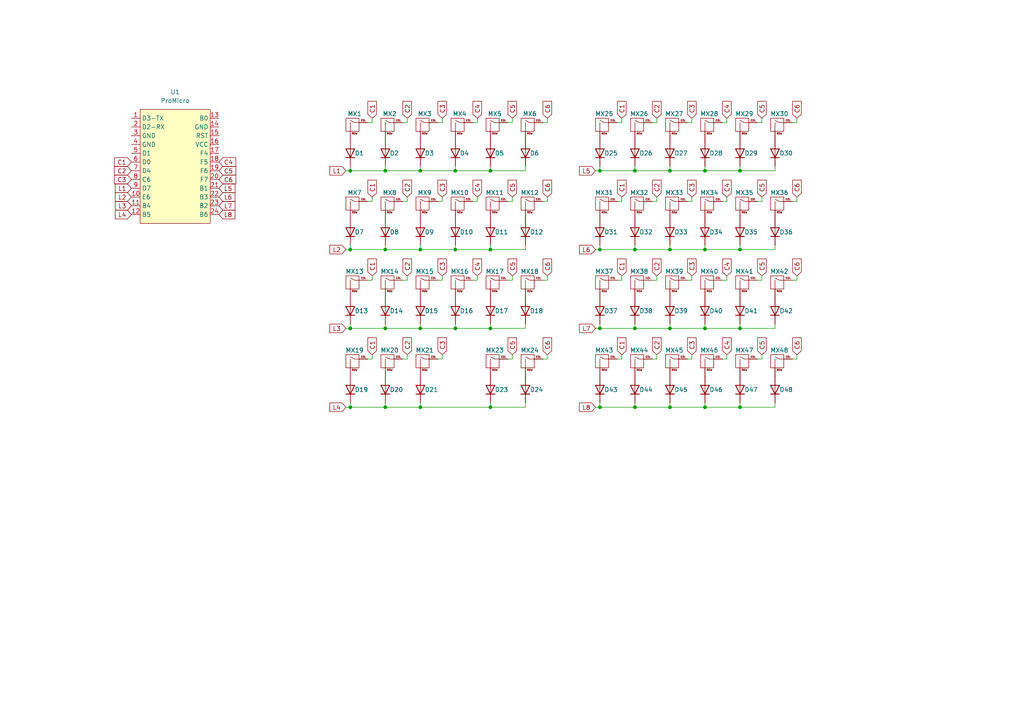
<source format=kicad_sch>
(kicad_sch (version 20230121) (generator eeschema)
  (paper "A4")
  (lib_symbols
    (symbol "Diode:1N4148" (pin_numbers hide) (pin_names hide)
      (property "Reference" "D" (at 0 2.54 0))
      (property "Value" "1N4148" (at 0 -2.54 0))
      (symbol "1N4148_0_1"
        (polyline (pts (xy -1.27 1.27) (xy -1.27 -1.27)) (stroke (width 0.254)))
        (polyline (pts (xy 1.27 0) (xy -1.27 0)))
        (polyline (pts (xy 1.27 1.27) (xy 1.27 -1.27) (xy -1.27 0) (xy 1.27 1.27)) (stroke (width 0.254)))
      )
      (symbol "1N4148_1_1"
        (pin passive line (at -3.81 0 0) (length 2.54) (name "K") (number "1"))
        (pin passive line (at 3.81 0 180) (length 2.54) (name "A") (number "2"))
      )
    )
    (symbol "PCM_0xcb:MX" (pin_names (offset 1.016))
      (property "Reference" "MX" (at -0.635 1.905 0))
      (property "Value" "MX" (at 0.635 0.635 0))
      (symbol "MX_1_0"
        (text "COL" (at 2.54 0.635 0) (effects (font (size 0.508 0.508))))
      )
      (symbol "MX_1_1"
        (polyline (pts (xy -1.27 -2.54) (xy -1.27 0)))
        (polyline (pts (xy 1.27 0) (xy 0 0) (xy -1.27 0.635)))
        (polyline (pts (xy -2.54 1.27) (xy 1.27 1.27) (xy 1.27 -2.54) (xy -2.54 -2.54) (xy -2.54 1.27)))
        (text "ROW" (at 0 -3.175 0) (effects (font (size 0.508 0.508))))
        (pin passive line (at 3.81 0 180) (length 2.54) (name "COL") (number "1"))
        (pin passive line (at -1.27 -5.08 90) (length 2.54) (name "ROW") (number "2"))
      )
    )
    (symbol "PCM_marbastlib-promicroish:Arduino_ProMicro" (in_bom no)
      (property "Reference" "U" (at 0 20.32 0))
      (property "Value" "ProMicro" (at 0 17.78 0))
      (symbol "Arduino_ProMicro_0_0"
        (pin bidirectional line (at -12.7 13.97 0) (length 2.54) (name "D3-TX") (number "1"))
        (pin bidirectional line (at -12.7 -8.89 0) (length 2.54) (name "E6") (number "10"))
        (pin bidirectional line (at -12.7 -11.43 0) (length 2.54) (name "B4") (number "11"))
        (pin bidirectional line (at -12.7 -13.97 0) (length 2.54) (name "B5") (number "12"))
        (pin power_out line (at 12.7 11.43 180) (length 2.54) (name "GND") (number "14"))
        (pin bidirectional line (at 12.7 8.89 180) (length 2.54) (name "RST") (number "15"))
        (pin bidirectional line (at 12.7 3.81 180) (length 2.54) (name "F4") (number "17"))
        (pin bidirectional line (at 12.7 1.27 180) (length 2.54) (name "F5") (number "18"))
        (pin bidirectional line (at 12.7 -1.27 180) (length 2.54) (name "F6") (number "19"))
        (pin bidirectional line (at -12.7 11.43 0) (length 2.54) (name "D2-RX") (number "2"))
        (pin bidirectional line (at 12.7 -3.81 180) (length 2.54) (name "F7") (number "20"))
        (pin bidirectional line (at 12.7 -6.35 180) (length 2.54) (name "B1") (number "21"))
        (pin bidirectional line (at 12.7 -8.89 180) (length 2.54) (name "B3") (number "22"))
        (pin bidirectional line (at 12.7 -11.43 180) (length 2.54) (name "B2") (number "23"))
        (pin bidirectional line (at 12.7 -13.97 180) (length 2.54) (name "B6") (number "24"))
        (pin power_out line (at -12.7 8.89 0) (length 2.54) (name "GND") (number "3"))
        (pin power_out line (at -12.7 6.35 0) (length 2.54) (name "GND") (number "4"))
        (pin bidirectional line (at -12.7 3.81 0) (length 2.54) (name "D1") (number "5"))
        (pin bidirectional line (at -12.7 1.27 0) (length 2.54) (name "D0") (number "6"))
        (pin bidirectional line (at -12.7 -1.27 0) (length 2.54) (name "D4") (number "7"))
        (pin bidirectional line (at -12.7 -3.81 0) (length 2.54) (name "C6") (number "8"))
        (pin bidirectional line (at -12.7 -6.35 0) (length 2.54) (name "D7") (number "9"))
      )
      (symbol "Arduino_ProMicro_1_0"
        (pin bidirectional line (at 12.7 13.97 180) (length 2.54) (name "B0") (number "13"))
        (pin power_out line (at 12.7 6.35 180) (length 2.54) (name "VCC") (number "16"))
      )
      (symbol "Arduino_ProMicro_1_1"
        (rectangle (start -10.16 16.51) (end 10.16 -16.51) (fill (type background)))
      )
    )
  )
  (junction (at 142.24 95.25))
  (junction (at 184.15 95.25))
  (junction (at 194.31 49.53))
  (junction (at 111.76 118.11))
  (junction (at 184.15 118.11))
  (junction (at 173.99 95.25))
  (junction (at 111.76 95.25))
  (junction (at 101.6 95.25))
  (junction (at 173.99 118.11))
  (junction (at 132.08 95.25))
  (junction (at 194.31 95.25))
  (junction (at 214.63 49.53))
  (junction (at 101.6 72.39))
  (junction (at 121.92 72.39))
  (junction (at 194.31 72.39))
  (junction (at 194.31 118.11))
  (junction (at 173.99 72.39))
  (junction (at 142.24 72.39))
  (junction (at 121.92 95.25))
  (junction (at 111.76 72.39))
  (junction (at 121.92 49.53))
  (junction (at 101.6 118.11))
  (junction (at 204.47 95.25))
  (junction (at 204.47 118.11))
  (junction (at 132.08 72.39))
  (junction (at 142.24 118.11))
  (junction (at 173.99 49.53))
  (junction (at 184.15 49.53))
  (junction (at 204.47 72.39))
  (junction (at 111.76 49.53))
  (junction (at 214.63 118.11))
  (junction (at 121.92 118.11))
  (junction (at 101.6 49.53))
  (junction (at 214.63 95.25))
  (junction (at 132.08 49.53))
  (junction (at 184.15 72.39))
  (junction (at 142.24 49.53))
  (junction (at 204.47 49.53))
  (junction (at 214.63 72.39))
  (wire (pts (xy 142.24 118.11) (xy 142.24 116.84)))
  (wire (pts (xy 204.47 72.39) (xy 214.63 72.39)))
  (wire (pts (xy 179.07 58.42) (xy 180.34 58.42)))
  (wire (pts (xy 138.43 34.29) (xy 138.43 35.56)))
  (wire (pts (xy 132.08 95.25) (xy 142.24 95.25)))
  (wire (pts (xy 194.31 72.39) (xy 194.31 71.12)))
  (wire (pts (xy 101.6 72.39) (xy 111.76 72.39)))
  (wire (pts (xy 189.23 104.14) (xy 190.5 104.14)))
  (wire (pts (xy 184.15 118.11) (xy 194.31 118.11)))
  (wire (pts (xy 111.76 95.25) (xy 111.76 93.98)))
  (wire (pts (xy 128.27 57.15) (xy 128.27 58.42)))
  (wire (pts (xy 142.24 72.39) (xy 142.24 71.12)))
  (wire (pts (xy 132.08 72.39) (xy 142.24 72.39)))
  (wire (pts (xy 199.39 58.42) (xy 200.66 58.42)))
  (wire (pts (xy 118.11 34.29) (xy 118.11 35.56)))
  (wire (pts (xy 199.39 81.28) (xy 200.66 81.28)))
  (wire (pts (xy 157.48 58.42) (xy 158.75 58.42)))
  (wire (pts (xy 179.07 81.28) (xy 180.34 81.28)))
  (wire (pts (xy 229.87 81.28) (xy 231.14 81.28)))
  (wire (pts (xy 180.34 57.15) (xy 180.34 58.42)))
  (wire (pts (xy 118.11 57.15) (xy 118.11 58.42)))
  (wire (pts (xy 214.63 72.39) (xy 224.79 72.39)))
  (wire (pts (xy 142.24 72.39) (xy 152.4 72.39)))
  (wire (pts (xy 107.95 102.87) (xy 107.95 104.14)))
  (wire (pts (xy 121.92 49.53) (xy 132.08 49.53)))
  (wire (pts (xy 142.24 95.25) (xy 142.24 93.98)))
  (wire (pts (xy 194.31 118.11) (xy 194.31 116.84)))
  (wire (pts (xy 214.63 95.25) (xy 214.63 93.98)))
  (wire (pts (xy 132.08 95.25) (xy 132.08 93.98)))
  (wire (pts (xy 204.47 118.11) (xy 204.47 116.84)))
  (wire (pts (xy 148.59 102.87) (xy 148.59 104.14)))
  (wire (pts (xy 118.11 102.87) (xy 118.11 104.14)))
  (wire (pts (xy 172.72 72.39) (xy 173.99 72.39)))
  (wire (pts (xy 172.72 49.53) (xy 173.99 49.53)))
  (wire (pts (xy 100.33 118.11) (xy 101.6 118.11)))
  (wire (pts (xy 101.6 49.53) (xy 101.6 48.26)))
  (wire (pts (xy 107.95 80.01) (xy 107.95 81.28)))
  (wire (pts (xy 121.92 72.39) (xy 121.92 71.12)))
  (wire (pts (xy 179.07 104.14) (xy 180.34 104.14)))
  (wire (pts (xy 219.71 35.56) (xy 220.98 35.56)))
  (wire (pts (xy 148.59 34.29) (xy 148.59 35.56)))
  (wire (pts (xy 101.6 118.11) (xy 101.6 116.84)))
  (wire (pts (xy 190.5 80.01) (xy 190.5 81.28)))
  (wire (pts (xy 229.87 35.56) (xy 231.14 35.56)))
  (wire (pts (xy 101.6 95.25) (xy 101.6 93.98)))
  (wire (pts (xy 106.68 35.56) (xy 107.95 35.56)))
  (wire (pts (xy 157.48 81.28) (xy 158.75 81.28)))
  (wire (pts (xy 121.92 95.25) (xy 132.08 95.25)))
  (wire (pts (xy 219.71 81.28) (xy 220.98 81.28)))
  (wire (pts (xy 184.15 118.11) (xy 184.15 116.84)))
  (wire (pts (xy 194.31 95.25) (xy 194.31 93.98)))
  (wire (pts (xy 190.5 34.29) (xy 190.5 35.56)))
  (wire (pts (xy 209.55 58.42) (xy 210.82 58.42)))
  (wire (pts (xy 214.63 49.53) (xy 214.63 48.26)))
  (wire (pts (xy 229.87 104.14) (xy 231.14 104.14)))
  (wire (pts (xy 158.75 102.87) (xy 158.75 104.14)))
  (wire (pts (xy 199.39 104.14) (xy 200.66 104.14)))
  (wire (pts (xy 142.24 49.53) (xy 152.4 49.53)))
  (wire (pts (xy 224.79 95.25) (xy 224.79 93.98)))
  (wire (pts (xy 107.95 34.29) (xy 107.95 35.56)))
  (wire (pts (xy 158.75 34.29) (xy 158.75 35.56)))
  (wire (pts (xy 204.47 49.53) (xy 214.63 49.53)))
  (wire (pts (xy 111.76 49.53) (xy 111.76 48.26)))
  (wire (pts (xy 231.14 34.29) (xy 231.14 35.56)))
  (wire (pts (xy 210.82 80.01) (xy 210.82 81.28)))
  (wire (pts (xy 173.99 72.39) (xy 184.15 72.39)))
  (wire (pts (xy 101.6 95.25) (xy 111.76 95.25)))
  (wire (pts (xy 204.47 49.53) (xy 204.47 48.26)))
  (wire (pts (xy 128.27 80.01) (xy 128.27 81.28)))
  (wire (pts (xy 220.98 57.15) (xy 220.98 58.42)))
  (wire (pts (xy 220.98 102.87) (xy 220.98 104.14)))
  (wire (pts (xy 148.59 80.01) (xy 148.59 81.28)))
  (wire (pts (xy 142.24 118.11) (xy 152.4 118.11)))
  (wire (pts (xy 190.5 102.87) (xy 190.5 104.14)))
  (wire (pts (xy 209.55 81.28) (xy 210.82 81.28)))
  (wire (pts (xy 214.63 95.25) (xy 224.79 95.25)))
  (wire (pts (xy 147.32 58.42) (xy 148.59 58.42)))
  (wire (pts (xy 132.08 49.53) (xy 132.08 48.26)))
  (wire (pts (xy 142.24 95.25) (xy 152.4 95.25)))
  (wire (pts (xy 219.71 58.42) (xy 220.98 58.42)))
  (wire (pts (xy 152.4 118.11) (xy 152.4 116.84)))
  (wire (pts (xy 224.79 49.53) (xy 224.79 48.26)))
  (wire (pts (xy 138.43 80.01) (xy 138.43 81.28)))
  (wire (pts (xy 204.47 118.11) (xy 214.63 118.11)))
  (wire (pts (xy 200.66 80.01) (xy 200.66 81.28)))
  (wire (pts (xy 111.76 72.39) (xy 111.76 71.12)))
  (wire (pts (xy 189.23 58.42) (xy 190.5 58.42)))
  (wire (pts (xy 106.68 104.14) (xy 107.95 104.14)))
  (wire (pts (xy 111.76 118.11) (xy 121.92 118.11)))
  (wire (pts (xy 204.47 95.25) (xy 214.63 95.25)))
  (wire (pts (xy 184.15 49.53) (xy 194.31 49.53)))
  (wire (pts (xy 189.23 35.56) (xy 190.5 35.56)))
  (wire (pts (xy 127 81.28) (xy 128.27 81.28)))
  (wire (pts (xy 184.15 72.39) (xy 184.15 71.12)))
  (wire (pts (xy 100.33 95.25) (xy 101.6 95.25)))
  (wire (pts (xy 194.31 118.11) (xy 204.47 118.11)))
  (wire (pts (xy 179.07 35.56) (xy 180.34 35.56)))
  (wire (pts (xy 127 104.14) (xy 128.27 104.14)))
  (wire (pts (xy 200.66 102.87) (xy 200.66 104.14)))
  (wire (pts (xy 200.66 34.29) (xy 200.66 35.56)))
  (wire (pts (xy 107.95 57.15) (xy 107.95 58.42)))
  (wire (pts (xy 199.39 35.56) (xy 200.66 35.56)))
  (wire (pts (xy 204.47 95.25) (xy 204.47 93.98)))
  (wire (pts (xy 194.31 72.39) (xy 204.47 72.39)))
  (wire (pts (xy 111.76 95.25) (xy 121.92 95.25)))
  (wire (pts (xy 214.63 118.11) (xy 214.63 116.84)))
  (wire (pts (xy 189.23 81.28) (xy 190.5 81.28)))
  (wire (pts (xy 214.63 72.39) (xy 214.63 71.12)))
  (wire (pts (xy 147.32 81.28) (xy 148.59 81.28)))
  (wire (pts (xy 111.76 118.11) (xy 111.76 116.84)))
  (wire (pts (xy 137.16 81.28) (xy 138.43 81.28)))
  (wire (pts (xy 214.63 49.53) (xy 224.79 49.53)))
  (wire (pts (xy 147.32 104.14) (xy 148.59 104.14)))
  (wire (pts (xy 180.34 80.01) (xy 180.34 81.28)))
  (wire (pts (xy 152.4 49.53) (xy 152.4 48.26)))
  (wire (pts (xy 101.6 118.11) (xy 111.76 118.11)))
  (wire (pts (xy 173.99 49.53) (xy 173.99 48.26)))
  (wire (pts (xy 137.16 35.56) (xy 138.43 35.56)))
  (wire (pts (xy 229.87 58.42) (xy 231.14 58.42)))
  (wire (pts (xy 147.32 35.56) (xy 148.59 35.56)))
  (wire (pts (xy 194.31 95.25) (xy 204.47 95.25)))
  (wire (pts (xy 116.84 81.28) (xy 118.11 81.28)))
  (wire (pts (xy 224.79 72.39) (xy 224.79 71.12)))
  (wire (pts (xy 209.55 35.56) (xy 210.82 35.56)))
  (wire (pts (xy 152.4 72.39) (xy 152.4 71.12)))
  (wire (pts (xy 116.84 35.56) (xy 118.11 35.56)))
  (wire (pts (xy 157.48 104.14) (xy 158.75 104.14)))
  (wire (pts (xy 101.6 72.39) (xy 101.6 71.12)))
  (wire (pts (xy 173.99 49.53) (xy 184.15 49.53)))
  (wire (pts (xy 214.63 118.11) (xy 224.79 118.11)))
  (wire (pts (xy 200.66 57.15) (xy 200.66 58.42)))
  (wire (pts (xy 184.15 95.25) (xy 194.31 95.25)))
  (wire (pts (xy 184.15 72.39) (xy 194.31 72.39)))
  (wire (pts (xy 231.14 80.01) (xy 231.14 81.28)))
  (wire (pts (xy 173.99 95.25) (xy 184.15 95.25)))
  (wire (pts (xy 220.98 80.01) (xy 220.98 81.28)))
  (wire (pts (xy 111.76 72.39) (xy 121.92 72.39)))
  (wire (pts (xy 204.47 72.39) (xy 204.47 71.12)))
  (wire (pts (xy 118.11 80.01) (xy 118.11 81.28)))
  (wire (pts (xy 184.15 49.53) (xy 184.15 48.26)))
  (wire (pts (xy 106.68 81.28) (xy 107.95 81.28)))
  (wire (pts (xy 173.99 118.11) (xy 184.15 118.11)))
  (wire (pts (xy 100.33 49.53) (xy 101.6 49.53)))
  (wire (pts (xy 194.31 49.53) (xy 204.47 49.53)))
  (wire (pts (xy 172.72 118.11) (xy 173.99 118.11)))
  (wire (pts (xy 148.59 57.15) (xy 148.59 58.42)))
  (wire (pts (xy 220.98 34.29) (xy 220.98 35.56)))
  (wire (pts (xy 100.33 72.39) (xy 101.6 72.39)))
  (wire (pts (xy 106.68 58.42) (xy 107.95 58.42)))
  (wire (pts (xy 157.48 35.56) (xy 158.75 35.56)))
  (wire (pts (xy 190.5 57.15) (xy 190.5 58.42)))
  (wire (pts (xy 132.08 72.39) (xy 132.08 71.12)))
  (wire (pts (xy 152.4 95.25) (xy 152.4 93.98)))
  (wire (pts (xy 116.84 104.14) (xy 118.11 104.14)))
  (wire (pts (xy 128.27 34.29) (xy 128.27 35.56)))
  (wire (pts (xy 121.92 118.11) (xy 121.92 116.84)))
  (wire (pts (xy 173.99 72.39) (xy 173.99 71.12)))
  (wire (pts (xy 116.84 58.42) (xy 118.11 58.42)))
  (wire (pts (xy 121.92 118.11) (xy 142.24 118.11)))
  (wire (pts (xy 180.34 102.87) (xy 180.34 104.14)))
  (wire (pts (xy 138.43 57.15) (xy 138.43 58.42)))
  (wire (pts (xy 121.92 72.39) (xy 132.08 72.39)))
  (wire (pts (xy 231.14 57.15) (xy 231.14 58.42)))
  (wire (pts (xy 132.08 49.53) (xy 142.24 49.53)))
  (wire (pts (xy 121.92 49.53) (xy 121.92 48.26)))
  (wire (pts (xy 101.6 49.53) (xy 111.76 49.53)))
  (wire (pts (xy 158.75 57.15) (xy 158.75 58.42)))
  (wire (pts (xy 180.34 34.29) (xy 180.34 35.56)))
  (wire (pts (xy 158.75 80.01) (xy 158.75 81.28)))
  (wire (pts (xy 219.71 104.14) (xy 220.98 104.14)))
  (wire (pts (xy 111.76 49.53) (xy 121.92 49.53)))
  (wire (pts (xy 121.92 95.25) (xy 121.92 93.98)))
  (wire (pts (xy 194.31 49.53) (xy 194.31 48.26)))
  (wire (pts (xy 127 58.42) (xy 128.27 58.42)))
  (wire (pts (xy 210.82 34.29) (xy 210.82 35.56)))
  (wire (pts (xy 173.99 95.25) (xy 173.99 93.98)))
  (wire (pts (xy 231.14 102.87) (xy 231.14 104.14)))
  (wire (pts (xy 210.82 57.15) (xy 210.82 58.42)))
  (wire (pts (xy 209.55 104.14) (xy 210.82 104.14)))
  (wire (pts (xy 184.15 95.25) (xy 184.15 93.98)))
  (wire (pts (xy 128.27 102.87) (xy 128.27 104.14)))
  (wire (pts (xy 142.24 49.53) (xy 142.24 48.26)))
  (wire (pts (xy 127 35.56) (xy 128.27 35.56)))
  (wire (pts (xy 224.79 118.11) (xy 224.79 116.84)))
  (wire (pts (xy 210.82 102.87) (xy 210.82 104.14)))
  (wire (pts (xy 137.16 58.42) (xy 138.43 58.42)))
  (wire (pts (xy 173.99 118.11) (xy 173.99 116.84)))
  (wire (pts (xy 172.72 95.25) (xy 173.99 95.25)))
  (global_label "C4" (shape input) (at 210.82 34.29 90) (property "Intersheetrefs" "${INTERSHEET_REFS}" (effects hide)))
  (global_label "C6" (shape input) (at 63.5 52.07 0) (property "Intersheetrefs" "${INTERSHEET_REFS}" (effects hide)))
  (global_label "C5" (shape input) (at 148.59 102.87 90) (property "Intersheetrefs" "${INTERSHEET_REFS}" (effects hide)))
  (global_label "C2" (shape input) (at 118.11 34.29 90) (property "Intersheetrefs" "${INTERSHEET_REFS}" (effects hide)))
  (global_label "C3" (shape input) (at 200.66 57.15 90) (property "Intersheetrefs" "${INTERSHEET_REFS}" (effects hide)))
  (global_label "C3" (shape input) (at 200.66 102.87 90) (property "Intersheetrefs" "${INTERSHEET_REFS}" (effects hide)))
  (global_label "C2" (shape input) (at 190.5 80.01 90) (property "Intersheetrefs" "${INTERSHEET_REFS}" (effects hide)))
  (global_label "C6" (shape input) (at 231.14 102.87 90) (property "Intersheetrefs" "${INTERSHEET_REFS}" (effects hide)))
  (global_label "C3" (shape input) (at 200.66 34.29 90) (property "Intersheetrefs" "${INTERSHEET_REFS}" (effects hide)))
  (global_label "C5" (shape input) (at 148.59 57.15 90) (property "Intersheetrefs" "${INTERSHEET_REFS}" (effects hide)))
  (global_label "C3" (shape input) (at 128.27 80.01 90) (property "Intersheetrefs" "${INTERSHEET_REFS}" (effects hide)))
  (global_label "C3" (shape input) (at 38.1 52.07 180) (property "Intersheetrefs" "${INTERSHEET_REFS}" (effects hide)))
  (global_label "L8" (shape input) (at 63.5 62.23 0) (property "Intersheetrefs" "${INTERSHEET_REFS}" (effects hide)))
  (global_label "C5" (shape input) (at 148.59 34.29 90) (property "Intersheetrefs" "${INTERSHEET_REFS}" (effects hide)))
  (global_label "C6" (shape input) (at 158.75 57.15 90) (property "Intersheetrefs" "${INTERSHEET_REFS}" (effects hide)))
  (global_label "C4" (shape input) (at 210.82 102.87 90) (property "Intersheetrefs" "${INTERSHEET_REFS}" (effects hide)))
  (global_label "C6" (shape input) (at 158.75 102.87 90) (property "Intersheetrefs" "${INTERSHEET_REFS}" (effects hide)))
  (global_label "C1" (shape input) (at 107.95 34.29 90) (property "Intersheetrefs" "${INTERSHEET_REFS}" (effects hide)))
  (global_label "C1" (shape input) (at 38.1 46.99 180) (property "Intersheetrefs" "${INTERSHEET_REFS}" (effects hide)))
  (global_label "C4" (shape input) (at 138.43 57.15 90) (property "Intersheetrefs" "${INTERSHEET_REFS}" (effects hide)))
  (global_label "C6" (shape input) (at 158.75 80.01 90) (property "Intersheetrefs" "${INTERSHEET_REFS}" (effects hide)))
  (global_label "L5" (shape input) (at 172.72 49.53 180) (property "Intersheetrefs" "${INTERSHEET_REFS}" (effects hide)))
  (global_label "C5" (shape input) (at 220.98 57.15 90) (property "Intersheetrefs" "${INTERSHEET_REFS}" (effects hide)))
  (global_label "C5" (shape input) (at 220.98 80.01 90) (property "Intersheetrefs" "${INTERSHEET_REFS}" (effects hide)))
  (global_label "C1" (shape input) (at 180.34 57.15 90) (property "Intersheetrefs" "${INTERSHEET_REFS}" (effects hide)))
  (global_label "C5" (shape input) (at 220.98 34.29 90) (property "Intersheetrefs" "${INTERSHEET_REFS}" (effects hide)))
  (global_label "C4" (shape input) (at 138.43 80.01 90) (property "Intersheetrefs" "${INTERSHEET_REFS}" (effects hide)))
  (global_label "L1" (shape input) (at 38.1 54.61 180) (property "Intersheetrefs" "${INTERSHEET_REFS}" (effects hide)))
  (global_label "C4" (shape input) (at 138.43 34.29 90) (property "Intersheetrefs" "${INTERSHEET_REFS}" (effects hide)))
  (global_label "C1" (shape input) (at 180.34 102.87 90) (property "Intersheetrefs" "${INTERSHEET_REFS}" (effects hide)))
  (global_label "C1" (shape input) (at 107.95 57.15 90) (property "Intersheetrefs" "${INTERSHEET_REFS}" (effects hide)))
  (global_label "C5" (shape input) (at 63.5 49.53 0) (property "Intersheetrefs" "${INTERSHEET_REFS}" (effects hide)))
  (global_label "C2" (shape input) (at 118.11 57.15 90) (property "Intersheetrefs" "${INTERSHEET_REFS}" (effects hide)))
  (global_label "L4" (shape input) (at 38.1 62.23 180) (property "Intersheetrefs" "${INTERSHEET_REFS}" (effects hide)))
  (global_label "L1" (shape input) (at 100.33 49.53 180) (property "Intersheetrefs" "${INTERSHEET_REFS}" (effects hide)))
  (global_label "L2" (shape input) (at 100.33 72.39 180) (property "Intersheetrefs" "${INTERSHEET_REFS}" (effects hide)))
  (global_label "L2" (shape input) (at 38.1 57.15 180) (property "Intersheetrefs" "${INTERSHEET_REFS}" (effects hide)))
  (global_label "C6" (shape input) (at 158.75 34.29 90) (property "Intersheetrefs" "${INTERSHEET_REFS}" (effects hide)))
  (global_label "C5" (shape input) (at 220.98 102.87 90) (property "Intersheetrefs" "${INTERSHEET_REFS}" (effects hide)))
  (global_label "L7" (shape input) (at 172.72 95.25 180) (property "Intersheetrefs" "${INTERSHEET_REFS}" (effects hide)))
  (global_label "C6" (shape input) (at 231.14 80.01 90) (property "Intersheetrefs" "${INTERSHEET_REFS}" (effects hide)))
  (global_label "C2" (shape input) (at 118.11 80.01 90) (property "Intersheetrefs" "${INTERSHEET_REFS}" (effects hide)))
  (global_label "L5" (shape input) (at 63.5 54.61 0) (property "Intersheetrefs" "${INTERSHEET_REFS}" (effects hide)))
  (global_label "L6" (shape input) (at 172.72 72.39 180) (property "Intersheetrefs" "${INTERSHEET_REFS}" (effects hide)))
  (global_label "C3" (shape input) (at 128.27 57.15 90) (property "Intersheetrefs" "${INTERSHEET_REFS}" (effects hide)))
  (global_label "C4" (shape input) (at 210.82 57.15 90) (property "Intersheetrefs" "${INTERSHEET_REFS}" (effects hide)))
  (global_label "L3" (shape input) (at 100.33 95.25 180) (property "Intersheetrefs" "${INTERSHEET_REFS}" (effects hide)))
  (global_label "L7" (shape input) (at 63.5 59.69 0) (property "Intersheetrefs" "${INTERSHEET_REFS}" (effects hide)))
  (global_label "C1" (shape input) (at 107.95 102.87 90) (property "Intersheetrefs" "${INTERSHEET_REFS}" (effects hide)))
  (global_label "L4" (shape input) (at 100.33 118.11 180) (property "Intersheetrefs" "${INTERSHEET_REFS}" (effects hide)))
  (global_label "C3" (shape input) (at 200.66 80.01 90) (property "Intersheetrefs" "${INTERSHEET_REFS}" (effects hide)))
  (global_label "C6" (shape input) (at 231.14 34.29 90) (property "Intersheetrefs" "${INTERSHEET_REFS}" (effects hide)))
  (global_label "C3" (shape input) (at 128.27 102.87 90) (property "Intersheetrefs" "${INTERSHEET_REFS}" (effects hide)))
  (global_label "L8" (shape input) (at 172.72 118.11 180) (property "Intersheetrefs" "${INTERSHEET_REFS}" (effects hide)))
  (global_label "C4" (shape input) (at 63.5 46.99 0) (property "Intersheetrefs" "${INTERSHEET_REFS}" (effects hide)))
  (global_label "C5" (shape input) (at 148.59 80.01 90) (property "Intersheetrefs" "${INTERSHEET_REFS}" (effects hide)))
  (global_label "C2" (shape input) (at 190.5 34.29 90) (property "Intersheetrefs" "${INTERSHEET_REFS}" (effects hide)))
  (global_label "C1" (shape input) (at 180.34 80.01 90) (property "Intersheetrefs" "${INTERSHEET_REFS}" (effects hide)))
  (global_label "C2" (shape input) (at 118.11 102.87 90) (property "Intersheetrefs" "${INTERSHEET_REFS}" (effects hide)))
  (global_label "C1" (shape input) (at 107.95 80.01 90) (property "Intersheetrefs" "${INTERSHEET_REFS}" (effects hide)))
  (global_label "C2" (shape input) (at 190.5 57.15 90) (property "Intersheetrefs" "${INTERSHEET_REFS}" (effects hide)))
  (global_label "C1" (shape input) (at 180.34 34.29 90) (property "Intersheetrefs" "${INTERSHEET_REFS}" (effects hide)))
  (global_label "C6" (shape input) (at 231.14 57.15 90) (property "Intersheetrefs" "${INTERSHEET_REFS}" (effects hide)))
  (global_label "C2" (shape input) (at 38.1 49.53 180) (property "Intersheetrefs" "${INTERSHEET_REFS}" (effects hide)))
  (global_label "C4" (shape input) (at 210.82 80.01 90) (property "Intersheetrefs" "${INTERSHEET_REFS}" (effects hide)))
  (global_label "C3" (shape input) (at 128.27 34.29 90) (property "Intersheetrefs" "${INTERSHEET_REFS}" (effects hide)))
  (global_label "C2" (shape input) (at 190.5 102.87 90) (property "Intersheetrefs" "${INTERSHEET_REFS}" (effects hide)))
  (global_label "L3" (shape input) (at 38.1 59.69 180) (property "Intersheetrefs" "${INTERSHEET_REFS}" (effects hide)))
  (global_label "L6" (shape input) (at 63.5 57.15 0) (property "Intersheetrefs" "${INTERSHEET_REFS}" (effects hide)))
  (symbol (lib_id "PCM_0xcb:MX") (at 123.19 35.56 0) (unit 1)
    (property "Reference" "MX3" (at 123.19 33.02 0))
    (property "Value" "MX" (effects hide))
    (property "Footprint" "mx:MX-Alps-Hybrid-1U" (effects hide))
  )
  (symbol (lib_id "Diode:1N4148") (at 152.4 90.17 90) (unit 1)
    (property "Reference" "D18" (at 153.67 90.17 90) (effects (justify right)))
    (property "Value" "1N4148" (effects hide))
    (property "Footprint" "Diode_THT:D_DO-35_SOD27_P7.62mm_Horizontal" (effects hide))
    (property "Datasheet" "https://assets.nexperia.com/documents/data-sheet/1N4148_1N4448.pdf" (effects hide))
    (property "Sim.Device" "D" (effects hide))
    (property "Sim.Pins" "1=K 2=A" (effects hide))
  )
  (symbol (lib_id "PCM_0xcb:MX") (at 133.35 58.42 0) (unit 1)
    (property "Reference" "MX10" (at 133.35 55.88 0))
    (property "Value" "MX" (effects hide))
    (property "Footprint" "mx:MX-Alps-Hybrid-1U" (effects hide))
  )
  (symbol (lib_id "Diode:1N4148") (at 101.6 44.45 90) (unit 1)
    (property "Reference" "D1" (at 102.87 44.45 90) (effects (justify right)))
    (property "Value" "1N4148" (effects hide))
    (property "Footprint" "Diode_THT:D_DO-35_SOD27_P7.62mm_Horizontal" (effects hide))
    (property "Datasheet" "https://assets.nexperia.com/documents/data-sheet/1N4148_1N4448.pdf" (effects hide))
    (property "Sim.Device" "D" (effects hide))
    (property "Sim.Pins" "1=K 2=A" (effects hide))
  )
  (symbol (lib_id "PCM_0xcb:MX") (at 123.19 81.28 0) (unit 1)
    (property "Reference" "MX15" (at 123.19 78.74 0))
    (property "Value" "MX" (effects hide))
    (property "Footprint" "mx:MX-Alps-Hybrid-1U" (effects hide))
  )
  (symbol (lib_id "PCM_0xcb:MX") (at 133.35 81.28 0) (unit 1)
    (property "Reference" "MX16" (at 133.35 78.74 0))
    (property "Value" "MX" (effects hide))
    (property "Footprint" "mx:MX-Alps-Hybrid-1U" (effects hide))
  )
  (symbol (lib_id "PCM_0xcb:MX") (at 143.51 81.28 0) (unit 1)
    (property "Reference" "MX17" (at 143.51 78.74 0))
    (property "Value" "MX" (effects hide))
    (property "Footprint" "mx:MX-Alps-Hybrid-1U" (effects hide))
  )
  (symbol (lib_id "Diode:1N4148") (at 111.76 44.45 90) (unit 1)
    (property "Reference" "D2" (at 113.03 44.45 90) (effects (justify right)))
    (property "Value" "1N4148" (effects hide))
    (property "Footprint" "Diode_THT:D_DO-35_SOD27_P7.62mm_Horizontal" (effects hide))
    (property "Datasheet" "https://assets.nexperia.com/documents/data-sheet/1N4148_1N4448.pdf" (effects hide))
    (property "Sim.Device" "D" (effects hide))
    (property "Sim.Pins" "1=K 2=A" (effects hide))
  )
  (symbol (lib_id "Diode:1N4148") (at 214.63 90.17 90) (unit 1)
    (property "Reference" "D41" (at 215.9 90.17 90) (effects (justify right)))
    (property "Value" "1N4148" (effects hide))
    (property "Footprint" "Diode_THT:D_DO-35_SOD27_P7.62mm_Horizontal" (effects hide))
    (property "Datasheet" "https://assets.nexperia.com/documents/data-sheet/1N4148_1N4448.pdf" (effects hide))
    (property "Sim.Device" "D" (effects hide))
    (property "Sim.Pins" "1=K 2=A" (effects hide))
  )
  (symbol (lib_id "PCM_0xcb:MX") (at 195.58 81.28 0) (unit 1)
    (property "Reference" "MX39" (at 195.58 78.74 0))
    (property "Value" "MX" (effects hide))
    (property "Footprint" "mx:MX-Alps-Hybrid-1U" (effects hide))
  )
  (symbol (lib_id "PCM_0xcb:MX") (at 175.26 104.14 0) (unit 1)
    (property "Reference" "MX43" (at 175.26 101.6 0))
    (property "Value" "MX" (effects hide))
    (property "Footprint" "mx:MX-Alps-Hybrid-1U" (effects hide))
  )
  (symbol (lib_id "PCM_0xcb:MX") (at 153.67 104.14 0) (unit 1)
    (property "Reference" "MX24" (at 153.67 101.6 0))
    (property "Value" "MX" (effects hide))
    (property "Footprint" "mx:MX-Alps-Hybrid-2.75U" (effects hide))
  )
  (symbol (lib_id "Diode:1N4148") (at 194.31 90.17 90) (unit 1)
    (property "Reference" "D39" (at 195.58 90.17 90) (effects (justify right)))
    (property "Value" "1N4148" (effects hide))
    (property "Footprint" "Diode_THT:D_DO-35_SOD27_P7.62mm_Horizontal" (effects hide))
    (property "Datasheet" "https://assets.nexperia.com/documents/data-sheet/1N4148_1N4448.pdf" (effects hide))
    (property "Sim.Device" "D" (effects hide))
    (property "Sim.Pins" "1=K 2=A" (effects hide))
  )
  (symbol (lib_id "PCM_0xcb:MX") (at 205.74 35.56 0) (unit 1)
    (property "Reference" "MX28" (at 205.74 33.02 0))
    (property "Value" "MX" (effects hide))
    (property "Footprint" "mx:MX-Alps-Hybrid-1U" (effects hide))
  )
  (symbol (lib_id "Diode:1N4148") (at 204.47 90.17 90) (unit 1)
    (property "Reference" "D40" (at 205.74 90.17 90) (effects (justify right)))
    (property "Value" "1N4148" (effects hide))
    (property "Footprint" "Diode_THT:D_DO-35_SOD27_P7.62mm_Horizontal" (effects hide))
    (property "Datasheet" "https://assets.nexperia.com/documents/data-sheet/1N4148_1N4448.pdf" (effects hide))
    (property "Sim.Device" "D" (effects hide))
    (property "Sim.Pins" "1=K 2=A" (effects hide))
  )
  (symbol (lib_id "Diode:1N4148") (at 132.08 90.17 90) (unit 1)
    (property "Reference" "D16" (at 133.35 90.17 90) (effects (justify right)))
    (property "Value" "1N4148" (effects hide))
    (property "Footprint" "Diode_THT:D_DO-35_SOD27_P7.62mm_Horizontal" (effects hide))
    (property "Datasheet" "https://assets.nexperia.com/documents/data-sheet/1N4148_1N4448.pdf" (effects hide))
    (property "Sim.Device" "D" (effects hide))
    (property "Sim.Pins" "1=K 2=A" (effects hide))
  )
  (symbol (lib_id "PCM_0xcb:MX") (at 102.87 58.42 0) (unit 1)
    (property "Reference" "MX7" (at 102.87 55.88 0))
    (property "Value" "MX" (effects hide))
    (property "Footprint" "mx:MX-Alps-Hybrid-1.75U" (effects hide))
  )
  (symbol (lib_id "Diode:1N4148") (at 224.79 90.17 90) (unit 1)
    (property "Reference" "D42" (at 226.06 90.17 90) (effects (justify right)))
    (property "Value" "1N4148" (effects hide))
    (property "Footprint" "Diode_THT:D_DO-35_SOD27_P7.62mm_Horizontal" (effects hide))
    (property "Datasheet" "https://assets.nexperia.com/documents/data-sheet/1N4148_1N4448.pdf" (effects hide))
    (property "Sim.Device" "D" (effects hide))
    (property "Sim.Pins" "1=K 2=A" (effects hide))
  )
  (symbol (lib_id "Diode:1N4148") (at 121.92 44.45 90) (unit 1)
    (property "Reference" "D3" (at 123.19 44.45 90) (effects (justify right)))
    (property "Value" "1N4148" (effects hide))
    (property "Footprint" "Diode_THT:D_DO-35_SOD27_P7.62mm_Horizontal" (effects hide))
    (property "Datasheet" "https://assets.nexperia.com/documents/data-sheet/1N4148_1N4448.pdf" (effects hide))
    (property "Sim.Device" "D" (effects hide))
    (property "Sim.Pins" "1=K 2=A" (effects hide))
  )
  (symbol (lib_id "Diode:1N4148") (at 111.76 90.17 90) (unit 1)
    (property "Reference" "D14" (at 113.03 90.17 90) (effects (justify right)))
    (property "Value" "1N4148" (effects hide))
    (property "Footprint" "Diode_THT:D_DO-35_SOD27_P7.62mm_Horizontal" (effects hide))
    (property "Datasheet" "https://assets.nexperia.com/documents/data-sheet/1N4148_1N4448.pdf" (effects hide))
    (property "Sim.Device" "D" (effects hide))
    (property "Sim.Pins" "1=K 2=A" (effects hide))
  )
  (symbol (lib_id "Diode:1N4148") (at 194.31 44.45 90) (unit 1)
    (property "Reference" "D27" (at 195.58 44.45 90) (effects (justify right)))
    (property "Value" "1N4148" (effects hide))
    (property "Footprint" "Diode_THT:D_DO-35_SOD27_P7.62mm_Horizontal" (effects hide))
    (property "Datasheet" "https://assets.nexperia.com/documents/data-sheet/1N4148_1N4448.pdf" (effects hide))
    (property "Sim.Device" "D" (effects hide))
    (property "Sim.Pins" "1=K 2=A" (effects hide))
  )
  (symbol (lib_id "PCM_0xcb:MX") (at 185.42 58.42 0) (unit 1)
    (property "Reference" "MX32" (at 185.42 55.88 0))
    (property "Value" "MX" (effects hide))
    (property "Footprint" "mx:MX-Alps-Hybrid-1U" (effects hide))
  )
  (symbol (lib_id "Diode:1N4148") (at 173.99 44.45 90) (unit 1)
    (property "Reference" "D25" (at 175.26 44.45 90) (effects (justify right)))
    (property "Value" "1N4148" (effects hide))
    (property "Footprint" "Diode_THT:D_DO-35_SOD27_P7.62mm_Horizontal" (effects hide))
    (property "Datasheet" "https://assets.nexperia.com/documents/data-sheet/1N4148_1N4448.pdf" (effects hide))
    (property "Sim.Device" "D" (effects hide))
    (property "Sim.Pins" "1=K 2=A" (effects hide))
  )
  (symbol (lib_id "Diode:1N4148") (at 101.6 90.17 90) (unit 1)
    (property "Reference" "D13" (at 102.87 90.17 90) (effects (justify right)))
    (property "Value" "1N4148" (effects hide))
    (property "Footprint" "Diode_THT:D_DO-35_SOD27_P7.62mm_Horizontal" (effects hide))
    (property "Datasheet" "https://assets.nexperia.com/documents/data-sheet/1N4148_1N4448.pdf" (effects hide))
    (property "Sim.Device" "D" (effects hide))
    (property "Sim.Pins" "1=K 2=A" (effects hide))
  )
  (symbol (lib_id "PCM_0xcb:MX") (at 226.06 58.42 0) (unit 1)
    (property "Reference" "MX36" (at 226.06 55.88 0))
    (property "Value" "MX" (effects hide))
    (property "Footprint" "mx:MX-Alps-Hybrid-1U" (effects hide))
  )
  (symbol (lib_id "PCM_0xcb:MX") (at 113.03 58.42 0) (unit 1)
    (property "Reference" "MX8" (at 113.03 55.88 0))
    (property "Value" "MX" (effects hide))
    (property "Footprint" "mx:MX-Alps-Hybrid-1U" (effects hide))
  )
  (symbol (lib_id "PCM_0xcb:MX") (at 153.67 58.42 0) (unit 1)
    (property "Reference" "MX12" (at 153.67 55.88 0))
    (property "Value" "MX" (effects hide))
    (property "Footprint" "mx:MX-Alps-Hybrid-1U" (effects hide))
  )
  (symbol (lib_id "Diode:1N4148") (at 101.6 113.03 90) (unit 1)
    (property "Reference" "D19" (at 102.87 113.03 90) (effects (justify right)))
    (property "Value" "1N4148" (effects hide))
    (property "Footprint" "Diode_THT:D_DO-35_SOD27_P7.62mm_Horizontal" (effects hide))
    (property "Datasheet" "https://assets.nexperia.com/documents/data-sheet/1N4148_1N4448.pdf" (effects hide))
    (property "Sim.Device" "D" (effects hide))
    (property "Sim.Pins" "1=K 2=A" (effects hide))
  )
  (symbol (lib_id "Diode:1N4148") (at 184.15 67.31 90) (unit 1)
    (property "Reference" "D32" (at 185.42 67.31 90) (effects (justify right)))
    (property "Value" "1N4148" (effects hide))
    (property "Footprint" "Diode_THT:D_DO-35_SOD27_P7.62mm_Horizontal" (effects hide))
    (property "Datasheet" "https://assets.nexperia.com/documents/data-sheet/1N4148_1N4448.pdf" (effects hide))
    (property "Sim.Device" "D" (effects hide))
    (property "Sim.Pins" "1=K 2=A" (effects hide))
  )
  (symbol (lib_id "PCM_0xcb:MX") (at 143.51 104.14 0) (unit 1)
    (property "Reference" "MX23" (at 143.51 101.6 0))
    (property "Value" "MX" (effects hide))
    (property "Footprint" "mx:MX-Alps-Hybrid-1U" (effects hide))
  )
  (symbol (lib_id "PCM_marbastlib-promicroish:Arduino_ProMicro") (at 50.8 48.26 0) (unit 1) (in_bom no)
    (property "Reference" "U1" (at 50.8 26.67 0))
    (property "Value" "ProMicro" (at 50.8 29.21 0))
    (property "Footprint" "PCM_marbastlib-xp-promicroish:ProMicro_USBup" (effects hide))
  )
  (symbol (lib_id "PCM_0xcb:MX") (at 215.9 81.28 0) (unit 1)
    (property "Reference" "MX41" (at 215.9 78.74 0))
    (property "Value" "MX" (effects hide))
    (property "Footprint" "mx:MX-Alps-Hybrid-1U" (effects hide))
  )
  (symbol (lib_id "Diode:1N4148") (at 214.63 67.31 90) (unit 1)
    (property "Reference" "D35" (at 215.9 67.31 90) (effects (justify right)))
    (property "Value" "1N4148" (effects hide))
    (property "Footprint" "Diode_THT:D_DO-35_SOD27_P7.62mm_Horizontal" (effects hide))
    (property "Datasheet" "https://assets.nexperia.com/documents/data-sheet/1N4148_1N4448.pdf" (effects hide))
    (property "Sim.Device" "D" (effects hide))
    (property "Sim.Pins" "1=K 2=A" (effects hide))
  )
  (symbol (lib_id "Diode:1N4148") (at 121.92 67.31 90) (unit 1)
    (property "Reference" "D9" (at 123.19 67.31 90) (effects (justify right)))
    (property "Value" "1N4148" (effects hide))
    (property "Footprint" "Diode_THT:D_DO-35_SOD27_P7.62mm_Horizontal" (effects hide))
    (property "Datasheet" "https://assets.nexperia.com/documents/data-sheet/1N4148_1N4448.pdf" (effects hide))
    (property "Sim.Device" "D" (effects hide))
    (property "Sim.Pins" "1=K 2=A" (effects hide))
  )
  (symbol (lib_id "Diode:1N4148") (at 111.76 67.31 90) (unit 1)
    (property "Reference" "D8" (at 113.03 67.31 90) (effects (justify right)))
    (property "Value" "1N4148" (effects hide))
    (property "Footprint" "Diode_THT:D_DO-35_SOD27_P7.62mm_Horizontal" (effects hide))
    (property "Datasheet" "https://assets.nexperia.com/documents/data-sheet/1N4148_1N4448.pdf" (effects hide))
    (property "Sim.Device" "D" (effects hide))
    (property "Sim.Pins" "1=K 2=A" (effects hide))
  )
  (symbol (lib_id "Diode:1N4148") (at 224.79 44.45 90) (unit 1)
    (property "Reference" "D30" (at 226.06 44.45 90) (effects (justify right)))
    (property "Value" "1N4148" (effects hide))
    (property "Footprint" "Diode_THT:D_DO-35_SOD27_P7.62mm_Horizontal" (effects hide))
    (property "Datasheet" "https://assets.nexperia.com/documents/data-sheet/1N4148_1N4448.pdf" (effects hide))
    (property "Sim.Device" "D" (effects hide))
    (property "Sim.Pins" "1=K 2=A" (effects hide))
  )
  (symbol (lib_id "Diode:1N4148") (at 132.08 67.31 90) (unit 1)
    (property "Reference" "D10" (at 133.35 67.31 90) (effects (justify right)))
    (property "Value" "1N4148" (effects hide))
    (property "Footprint" "Diode_THT:D_DO-35_SOD27_P7.62mm_Horizontal" (effects hide))
    (property "Datasheet" "https://assets.nexperia.com/documents/data-sheet/1N4148_1N4448.pdf" (effects hide))
    (property "Sim.Device" "D" (effects hide))
    (property "Sim.Pins" "1=K 2=A" (effects hide))
  )
  (symbol (lib_id "Diode:1N4148") (at 142.24 90.17 90) (unit 1)
    (property "Reference" "D17" (at 143.51 90.17 90) (effects (justify right)))
    (property "Value" "1N4148" (effects hide))
    (property "Footprint" "Diode_THT:D_DO-35_SOD27_P7.62mm_Horizontal" (effects hide))
    (property "Datasheet" "https://assets.nexperia.com/documents/data-sheet/1N4148_1N4448.pdf" (effects hide))
    (property "Sim.Device" "D" (effects hide))
    (property "Sim.Pins" "1=K 2=A" (effects hide))
  )
  (symbol (lib_id "PCM_0xcb:MX") (at 195.58 58.42 0) (unit 1)
    (property "Reference" "MX33" (at 195.58 55.88 0))
    (property "Value" "MX" (effects hide))
    (property "Footprint" "mx:MX-Alps-Hybrid-1U" (effects hide))
  )
  (symbol (lib_id "Diode:1N4148") (at 142.24 67.31 90) (unit 1)
    (property "Reference" "D11" (at 143.51 67.31 90) (effects (justify right)))
    (property "Value" "1N4148" (effects hide))
    (property "Footprint" "Diode_THT:D_DO-35_SOD27_P7.62mm_Horizontal" (effects hide))
    (property "Datasheet" "https://assets.nexperia.com/documents/data-sheet/1N4148_1N4448.pdf" (effects hide))
    (property "Sim.Device" "D" (effects hide))
    (property "Sim.Pins" "1=K 2=A" (effects hide))
  )
  (symbol (lib_id "PCM_0xcb:MX") (at 175.26 35.56 0) (unit 1)
    (property "Reference" "MX25" (at 175.26 33.02 0))
    (property "Value" "MX" (effects hide))
    (property "Footprint" "mx:MX-Alps-Hybrid-1.25U" (effects hide))
  )
  (symbol (lib_id "PCM_0xcb:MX") (at 113.03 81.28 0) (unit 1)
    (property "Reference" "MX14" (at 113.03 78.74 0))
    (property "Value" "MX" (effects hide))
    (property "Footprint" "mx:MX-Alps-Hybrid-1U" (effects hide))
  )
  (symbol (lib_id "Diode:1N4148") (at 152.4 113.03 90) (unit 1)
    (property "Reference" "D24" (at 153.67 113.03 90) (effects (justify right)))
    (property "Value" "1N4148" (effects hide))
    (property "Footprint" "Diode_THT:D_DO-35_SOD27_P7.62mm_Horizontal" (effects hide))
    (property "Datasheet" "https://assets.nexperia.com/documents/data-sheet/1N4148_1N4448.pdf" (effects hide))
    (property "Sim.Device" "D" (effects hide))
    (property "Sim.Pins" "1=K 2=A" (effects hide))
  )
  (symbol (lib_id "PCM_0xcb:MX") (at 143.51 58.42 0) (unit 1)
    (property "Reference" "MX11" (at 143.51 55.88 0))
    (property "Value" "MX" (effects hide))
    (property "Footprint" "mx:MX-Alps-Hybrid-1U" (effects hide))
  )
  (symbol (lib_id "Diode:1N4148") (at 204.47 67.31 90) (unit 1)
    (property "Reference" "D34" (at 205.74 67.31 90) (effects (justify right)))
    (property "Value" "1N4148" (effects hide))
    (property "Footprint" "Diode_THT:D_DO-35_SOD27_P7.62mm_Horizontal" (effects hide))
    (property "Datasheet" "https://assets.nexperia.com/documents/data-sheet/1N4148_1N4448.pdf" (effects hide))
    (property "Sim.Device" "D" (effects hide))
    (property "Sim.Pins" "1=K 2=A" (effects hide))
  )
  (symbol (lib_id "Diode:1N4148") (at 152.4 67.31 90) (unit 1)
    (property "Reference" "D12" (at 153.67 67.31 90) (effects (justify right)))
    (property "Value" "1N4148" (effects hide))
    (property "Footprint" "Diode_THT:D_DO-35_SOD27_P7.62mm_Horizontal" (effects hide))
    (property "Datasheet" "https://assets.nexperia.com/documents/data-sheet/1N4148_1N4448.pdf" (effects hide))
    (property "Sim.Device" "D" (effects hide))
    (property "Sim.Pins" "1=K 2=A" (effects hide))
  )
  (symbol (lib_id "Diode:1N4148") (at 142.24 113.03 90) (unit 1)
    (property "Reference" "D23" (at 143.51 113.03 90) (effects (justify right)))
    (property "Value" "1N4148" (effects hide))
    (property "Footprint" "Diode_THT:D_DO-35_SOD27_P7.62mm_Horizontal" (effects hide))
    (property "Datasheet" "https://assets.nexperia.com/documents/data-sheet/1N4148_1N4448.pdf" (effects hide))
    (property "Sim.Device" "D" (effects hide))
    (property "Sim.Pins" "1=K 2=A" (effects hide))
  )
  (symbol (lib_id "Diode:1N4148") (at 121.92 113.03 90) (unit 1)
    (property "Reference" "D21" (at 123.19 113.03 90) (effects (justify right)))
    (property "Value" "1N4148" (effects hide))
    (property "Footprint" "Diode_THT:D_DO-35_SOD27_P7.62mm_Horizontal" (effects hide))
    (property "Datasheet" "https://assets.nexperia.com/documents/data-sheet/1N4148_1N4448.pdf" (effects hide))
    (property "Sim.Device" "D" (effects hide))
    (property "Sim.Pins" "1=K 2=A" (effects hide))
  )
  (symbol (lib_id "Diode:1N4148") (at 152.4 44.45 90) (unit 1)
    (property "Reference" "D6" (at 153.67 44.45 90) (effects (justify right)))
    (property "Value" "1N4148" (effects hide))
    (property "Footprint" "Diode_THT:D_DO-35_SOD27_P7.62mm_Horizontal" (effects hide))
    (property "Datasheet" "https://assets.nexperia.com/documents/data-sheet/1N4148_1N4448.pdf" (effects hide))
    (property "Sim.Device" "D" (effects hide))
    (property "Sim.Pins" "1=K 2=A" (effects hide))
  )
  (symbol (lib_id "Diode:1N4148") (at 184.15 113.03 90) (unit 1)
    (property "Reference" "D44" (at 185.42 113.03 90) (effects (justify right)))
    (property "Value" "1N4148" (effects hide))
    (property "Footprint" "Diode_THT:D_DO-35_SOD27_P7.62mm_Horizontal" (effects hide))
    (property "Datasheet" "https://assets.nexperia.com/documents/data-sheet/1N4148_1N4448.pdf" (effects hide))
    (property "Sim.Device" "D" (effects hide))
    (property "Sim.Pins" "1=K 2=A" (effects hide))
  )
  (symbol (lib_id "PCM_0xcb:MX") (at 175.26 81.28 0) (unit 1)
    (property "Reference" "MX37" (at 175.26 78.74 0))
    (property "Value" "MX" (effects hide))
    (property "Footprint" "mx:MX-Alps-Hybrid-1U" (effects hide))
  )
  (symbol (lib_id "PCM_0xcb:MX") (at 123.19 104.14 0) (unit 1)
    (property "Reference" "MX21" (at 123.19 101.6 0))
    (property "Value" "MX" (effects hide))
    (property "Footprint" "mx:MX-Alps-Hybrid-1U" (effects hide))
  )
  (symbol (lib_id "Diode:1N4148") (at 194.31 113.03 90) (unit 1)
    (property "Reference" "D45" (at 195.58 113.03 90) (effects (justify right)))
    (property "Value" "1N4148" (effects hide))
    (property "Footprint" "Diode_THT:D_DO-35_SOD27_P7.62mm_Horizontal" (effects hide))
    (property "Datasheet" "https://assets.nexperia.com/documents/data-sheet/1N4148_1N4448.pdf" (effects hide))
    (property "Sim.Device" "D" (effects hide))
    (property "Sim.Pins" "1=K 2=A" (effects hide))
  )
  (symbol (lib_id "Diode:1N4148") (at 214.63 113.03 90) (unit 1)
    (property "Reference" "D47" (at 215.9 113.03 90) (effects (justify right)))
    (property "Value" "1N4148" (effects hide))
    (property "Footprint" "Diode_THT:D_DO-35_SOD27_P7.62mm_Horizontal" (effects hide))
    (property "Datasheet" "https://assets.nexperia.com/documents/data-sheet/1N4148_1N4448.pdf" (effects hide))
    (property "Sim.Device" "D" (effects hide))
    (property "Sim.Pins" "1=K 2=A" (effects hide))
  )
  (symbol (lib_id "PCM_0xcb:MX") (at 215.9 104.14 0) (unit 1)
    (property "Reference" "MX47" (at 215.9 101.6 0))
    (property "Value" "MX" (effects hide))
    (property "Footprint" "mx:MX-Alps-Hybrid-1U" (effects hide))
  )
  (symbol (lib_id "Diode:1N4148") (at 121.92 90.17 90) (unit 1)
    (property "Reference" "D15" (at 123.19 90.17 90) (effects (justify right)))
    (property "Value" "1N4148" (effects hide))
    (property "Footprint" "Diode_THT:D_DO-35_SOD27_P7.62mm_Horizontal" (effects hide))
    (property "Datasheet" "https://assets.nexperia.com/documents/data-sheet/1N4148_1N4448.pdf" (effects hide))
    (property "Sim.Device" "D" (effects hide))
    (property "Sim.Pins" "1=K 2=A" (effects hide))
  )
  (symbol (lib_id "PCM_0xcb:MX") (at 185.42 81.28 0) (unit 1)
    (property "Reference" "MX38" (at 185.42 78.74 0))
    (property "Value" "MX" (effects hide))
    (property "Footprint" "mx:MX-Alps-Hybrid-1U" (effects hide))
  )
  (symbol (lib_id "Diode:1N4148") (at 184.15 44.45 90) (unit 1)
    (property "Reference" "D26" (at 185.42 44.45 90) (effects (justify right)))
    (property "Value" "1N4148" (effects hide))
    (property "Footprint" "Diode_THT:D_DO-35_SOD27_P7.62mm_Horizontal" (effects hide))
    (property "Datasheet" "https://assets.nexperia.com/documents/data-sheet/1N4148_1N4448.pdf" (effects hide))
    (property "Sim.Device" "D" (effects hide))
    (property "Sim.Pins" "1=K 2=A" (effects hide))
  )
  (symbol (lib_id "Diode:1N4148") (at 173.99 113.03 90) (unit 1)
    (property "Reference" "D43" (at 175.26 113.03 90) (effects (justify right)))
    (property "Value" "1N4148" (effects hide))
    (property "Footprint" "Diode_THT:D_DO-35_SOD27_P7.62mm_Horizontal" (effects hide))
    (property "Datasheet" "https://assets.nexperia.com/documents/data-sheet/1N4148_1N4448.pdf" (effects hide))
    (property "Sim.Device" "D" (effects hide))
    (property "Sim.Pins" "1=K 2=A" (effects hide))
  )
  (symbol (lib_id "PCM_0xcb:MX") (at 113.03 35.56 0) (unit 1)
    (property "Reference" "MX2" (at 113.03 33.02 0))
    (property "Value" "MX" (effects hide))
    (property "Footprint" "mx:MX-Alps-Hybrid-1U" (effects hide))
  )
  (symbol (lib_id "PCM_0xcb:MX") (at 195.58 35.56 0) (unit 1)
    (property "Reference" "MX27" (at 195.58 33.02 0))
    (property "Value" "MX" (effects hide))
    (property "Footprint" "mx:MX-Alps-Hybrid-1U" (effects hide))
  )
  (symbol (lib_id "PCM_0xcb:MX") (at 195.58 104.14 0) (unit 1)
    (property "Reference" "MX45" (at 195.58 101.6 0))
    (property "Value" "MX" (effects hide))
    (property "Footprint" "mx:MX-Alps-Hybrid-1U" (effects hide))
  )
  (symbol (lib_id "PCM_0xcb:MX") (at 113.03 104.14 0) (unit 1)
    (property "Reference" "MX20" (at 113.03 101.6 0))
    (property "Value" "MX" (effects hide))
    (property "Footprint" "mx:MX-Alps-Hybrid-1U" (effects hide))
  )
  (symbol (lib_id "Diode:1N4148") (at 132.08 44.45 90) (unit 1)
    (property "Reference" "D4" (at 133.35 44.45 90) (effects (justify right)))
    (property "Value" "1N4148" (effects hide))
    (property "Footprint" "Diode_THT:D_DO-35_SOD27_P7.62mm_Horizontal" (effects hide))
    (property "Datasheet" "https://assets.nexperia.com/documents/data-sheet/1N4148_1N4448.pdf" (effects hide))
    (property "Sim.Device" "D" (effects hide))
    (property "Sim.Pins" "1=K 2=A" (effects hide))
  )
  (symbol (lib_id "PCM_0xcb:MX") (at 205.74 58.42 0) (unit 1)
    (property "Reference" "MX34" (at 205.74 55.88 0))
    (property "Value" "MX" (effects hide))
    (property "Footprint" "mx:MX-Alps-Hybrid-1U" (effects hide))
  )
  (symbol (lib_id "PCM_0xcb:MX") (at 102.87 35.56 0) (unit 1)
    (property "Reference" "MX1" (at 102.87 33.02 0))
    (property "Value" "MX" (effects hide))
    (property "Footprint" "mx:MX-Alps-Hybrid-1.25U" (effects hide))
  )
  (symbol (lib_id "PCM_0xcb:MX") (at 215.9 58.42 0) (unit 1)
    (property "Reference" "MX35" (at 215.9 55.88 0))
    (property "Value" "MX" (effects hide))
    (property "Footprint" "mx:MX-Alps-Hybrid-1U" (effects hide))
  )
  (symbol (lib_id "Diode:1N4148") (at 224.79 67.31 90) (unit 1)
    (property "Reference" "D36" (at 226.06 67.31 90) (effects (justify right)))
    (property "Value" "1N4148" (effects hide))
    (property "Footprint" "Diode_THT:D_DO-35_SOD27_P7.62mm_Horizontal" (effects hide))
    (property "Datasheet" "https://assets.nexperia.com/documents/data-sheet/1N4148_1N4448.pdf" (effects hide))
    (property "Sim.Device" "D" (effects hide))
    (property "Sim.Pins" "1=K 2=A" (effects hide))
  )
  (symbol (lib_id "PCM_0xcb:MX") (at 153.67 35.56 0) (unit 1)
    (property "Reference" "MX6" (at 153.67 33.02 0))
    (property "Value" "MX" (effects hide))
    (property "Footprint" "mx:MX-Alps-Hybrid-1U" (effects hide))
  )
  (symbol (lib_id "Diode:1N4148") (at 204.47 113.03 90) (unit 1)
    (property "Reference" "D46" (at 205.74 113.03 90) (effects (justify right)))
    (property "Value" "1N4148" (effects hide))
    (property "Footprint" "Diode_THT:D_DO-35_SOD27_P7.62mm_Horizontal" (effects hide))
    (property "Datasheet" "https://assets.nexperia.com/documents/data-sheet/1N4148_1N4448.pdf" (effects hide))
    (property "Sim.Device" "D" (effects hide))
    (property "Sim.Pins" "1=K 2=A" (effects hide))
  )
  (symbol (lib_id "Diode:1N4148") (at 204.47 44.45 90) (unit 1)
    (property "Reference" "D28" (at 205.74 44.45 90) (effects (justify right)))
    (property "Value" "1N4148" (effects hide))
    (property "Footprint" "Diode_THT:D_DO-35_SOD27_P7.62mm_Horizontal" (effects hide))
    (property "Datasheet" "https://assets.nexperia.com/documents/data-sheet/1N4148_1N4448.pdf" (effects hide))
    (property "Sim.Device" "D" (effects hide))
    (property "Sim.Pins" "1=K 2=A" (effects hide))
  )
  (symbol (lib_id "PCM_0xcb:MX") (at 226.06 81.28 0) (unit 1)
    (property "Reference" "MX42" (at 226.06 78.74 0))
    (property "Value" "MX" (effects hide))
    (property "Footprint" "mx:MX-Alps-Hybrid-1U" (effects hide))
  )
  (symbol (lib_id "PCM_0xcb:MX") (at 205.74 81.28 0) (unit 1)
    (property "Reference" "MX40" (at 205.74 78.74 0))
    (property "Value" "MX" (effects hide))
    (property "Footprint" "mx:MX-Alps-Hybrid-1U" (effects hide))
  )
  (symbol (lib_id "PCM_0xcb:MX") (at 123.19 58.42 0) (unit 1)
    (property "Reference" "MX9" (at 123.19 55.88 0))
    (property "Value" "MX" (effects hide))
    (property "Footprint" "mx:MX-Alps-Hybrid-1U" (effects hide))
  )
  (symbol (lib_id "PCM_0xcb:MX") (at 215.9 35.56 0) (unit 1)
    (property "Reference" "MX29" (at 215.9 33.02 0))
    (property "Value" "MX" (effects hide))
    (property "Footprint" "mx:MX-Alps-Hybrid-1U" (effects hide))
  )
  (symbol (lib_id "Diode:1N4148") (at 111.76 113.03 90) (unit 1)
    (property "Reference" "D20" (at 113.03 113.03 90) (effects (justify right)))
    (property "Value" "1N4148" (effects hide))
    (property "Footprint" "Diode_THT:D_DO-35_SOD27_P7.62mm_Horizontal" (effects hide))
    (property "Datasheet" "https://assets.nexperia.com/documents/data-sheet/1N4148_1N4448.pdf" (effects hide))
    (property "Sim.Device" "D" (effects hide))
    (property "Sim.Pins" "1=K 2=A" (effects hide))
  )
  (symbol (lib_id "Diode:1N4148") (at 101.6 67.31 90) (unit 1)
    (property "Reference" "D7" (at 102.87 67.31 90) (effects (justify right)))
    (property "Value" "1N4148" (effects hide))
    (property "Footprint" "Diode_THT:D_DO-35_SOD27_P7.62mm_Horizontal" (effects hide))
    (property "Datasheet" "https://assets.nexperia.com/documents/data-sheet/1N4148_1N4448.pdf" (effects hide))
    (property "Sim.Device" "D" (effects hide))
    (property "Sim.Pins" "1=K 2=A" (effects hide))
  )
  (symbol (lib_id "Diode:1N4148") (at 184.15 90.17 90) (unit 1)
    (property "Reference" "D38" (at 185.42 90.17 90) (effects (justify right)))
    (property "Value" "1N4148" (effects hide))
    (property "Footprint" "Diode_THT:D_DO-35_SOD27_P7.62mm_Horizontal" (effects hide))
    (property "Datasheet" "https://assets.nexperia.com/documents/data-sheet/1N4148_1N4448.pdf" (effects hide))
    (property "Sim.Device" "D" (effects hide))
    (property "Sim.Pins" "1=K 2=A" (effects hide))
  )
  (symbol (lib_id "Diode:1N4148") (at 194.31 67.31 90) (unit 1)
    (property "Reference" "D33" (at 195.58 67.31 90) (effects (justify right)))
    (property "Value" "1N4148" (effects hide))
    (property "Footprint" "Diode_THT:D_DO-35_SOD27_P7.62mm_Horizontal" (effects hide))
    (property "Datasheet" "https://assets.nexperia.com/documents/data-sheet/1N4148_1N4448.pdf" (effects hide))
    (property "Sim.Device" "D" (effects hide))
    (property "Sim.Pins" "1=K 2=A" (effects hide))
  )
  (symbol (lib_id "PCM_0xcb:MX") (at 226.06 104.14 0) (unit 1)
    (property "Reference" "MX48" (at 226.06 101.6 0))
    (property "Value" "MX" (effects hide))
    (property "Footprint" "mx:MX-Alps-Hybrid-1U" (effects hide))
  )
  (symbol (lib_id "Diode:1N4148") (at 142.24 44.45 90) (unit 1)
    (property "Reference" "D5" (at 143.51 44.45 90) (effects (justify right)))
    (property "Value" "1N4148" (effects hide))
    (property "Footprint" "Diode_THT:D_DO-35_SOD27_P7.62mm_Horizontal" (effects hide))
    (property "Datasheet" "https://assets.nexperia.com/documents/data-sheet/1N4148_1N4448.pdf" (effects hide))
    (property "Sim.Device" "D" (effects hide))
    (property "Sim.Pins" "1=K 2=A" (effects hide))
  )
  (symbol (lib_id "PCM_0xcb:MX") (at 226.06 35.56 0) (unit 1)
    (property "Reference" "MX30" (at 226.06 33.02 0))
    (property "Value" "MX" (effects hide))
    (property "Footprint" "mx:MX-Alps-Hybrid-1U" (effects hide))
  )
  (symbol (lib_id "Diode:1N4148") (at 224.79 113.03 90) (unit 1)
    (property "Reference" "D48" (at 226.06 113.03 90) (effects (justify right)))
    (property "Value" "1N4148" (effects hide))
    (property "Footprint" "Diode_THT:D_DO-35_SOD27_P7.62mm_Horizontal" (effects hide))
    (property "Datasheet" "https://assets.nexperia.com/documents/data-sheet/1N4148_1N4448.pdf" (effects hide))
    (property "Sim.Device" "D" (effects hide))
    (property "Sim.Pins" "1=K 2=A" (effects hide))
  )
  (symbol (lib_id "PCM_0xcb:MX") (at 205.74 104.14 0) (unit 1)
    (property "Reference" "MX46" (at 205.74 101.6 0))
    (property "Value" "MX" (effects hide))
    (property "Footprint" "mx:MX-Alps-Hybrid-1U" (effects hide))
  )
  (symbol (lib_id "PCM_0xcb:MX") (at 175.26 58.42 0) (unit 1)
    (property "Reference" "MX31" (at 175.26 55.88 0))
    (property "Value" "MX" (effects hide))
    (property "Footprint" "mx:MX-Alps-Hybrid-1.75U" (effects hide))
  )
  (symbol (lib_id "Diode:1N4148") (at 173.99 67.31 90) (unit 1)
    (property "Reference" "D31" (at 175.26 67.31 90) (effects (justify right)))
    (property "Value" "1N4148" (effects hide))
    (property "Footprint" "Diode_THT:D_DO-35_SOD27_P7.62mm_Horizontal" (effects hide))
    (property "Datasheet" "https://assets.nexperia.com/documents/data-sheet/1N4148_1N4448.pdf" (effects hide))
    (property "Sim.Device" "D" (effects hide))
    (property "Sim.Pins" "1=K 2=A" (effects hide))
  )
  (symbol (lib_id "PCM_0xcb:MX") (at 133.35 35.56 0) (unit 1)
    (property "Reference" "MX4" (at 133.35 33.02 0))
    (property "Value" "MX" (effects hide))
    (property "Footprint" "mx:MX-Alps-Hybrid-1U" (effects hide))
  )
  (symbol (lib_id "PCM_0xcb:MX") (at 185.42 35.56 0) (unit 1)
    (property "Reference" "MX26" (at 185.42 33.02 0))
    (property "Value" "MX" (effects hide))
    (property "Footprint" "mx:MX-Alps-Hybrid-1U" (effects hide))
  )
  (symbol (lib_id "PCM_0xcb:MX") (at 143.51 35.56 0) (unit 1)
    (property "Reference" "MX5" (at 143.51 33.02 0))
    (property "Value" "MX" (effects hide))
    (property "Footprint" "mx:MX-Alps-Hybrid-1U" (effects hide))
  )
  (symbol (lib_id "PCM_0xcb:MX") (at 102.87 81.28 0) (unit 1)
    (property "Reference" "MX13" (at 102.87 78.74 0))
    (property "Value" "MX" (effects hide))
    (property "Footprint" "mx:MX-Alps-Hybrid-1U" (effects hide))
  )
  (symbol (lib_id "Diode:1N4148") (at 214.63 44.45 90) (unit 1)
    (property "Reference" "D29" (at 215.9 44.45 90) (effects (justify right)))
    (property "Value" "1N4148" (effects hide))
    (property "Footprint" "Diode_THT:D_DO-35_SOD27_P7.62mm_Horizontal" (effects hide))
    (property "Datasheet" "https://assets.nexperia.com/documents/data-sheet/1N4148_1N4448.pdf" (effects hide))
    (property "Sim.Device" "D" (effects hide))
    (property "Sim.Pins" "1=K 2=A" (effects hide))
  )
  (symbol (lib_id "PCM_0xcb:MX") (at 102.87 104.14 0) (unit 1)
    (property "Reference" "MX19" (at 102.87 101.6 0))
    (property "Value" "MX" (effects hide))
    (property "Footprint" "mx:MX-Alps-Hybrid-1U" (effects hide))
  )
  (symbol (lib_id "PCM_0xcb:MX") (at 153.67 81.28 0) (unit 1)
    (property "Reference" "MX18" (at 153.67 78.74 0))
    (property "Value" "MX" (effects hide))
    (property "Footprint" "mx:MX-Alps-Hybrid-1U" (effects hide))
  )
  (symbol (lib_id "PCM_0xcb:MX") (at 185.42 104.14 0) (unit 1)
    (property "Reference" "MX44" (at 185.42 101.6 0))
    (property "Value" "MX" (effects hide))
    (property "Footprint" "mx:MX-Alps-Hybrid-1U" (effects hide))
  )
  (symbol (lib_id "Diode:1N4148") (at 173.99 90.17 90) (unit 1)
    (property "Reference" "D37" (at 175.26 90.17 90) (effects (justify right)))
    (property "Value" "1N4148" (effects hide))
    (property "Footprint" "Diode_THT:D_DO-35_SOD27_P7.62mm_Horizontal" (effects hide))
    (property "Datasheet" "https://assets.nexperia.com/documents/data-sheet/1N4148_1N4448.pdf" (effects hide))
    (property "Sim.Device" "D" (effects hide))
    (property "Sim.Pins" "1=K 2=A" (effects hide))
  )
)
</source>
